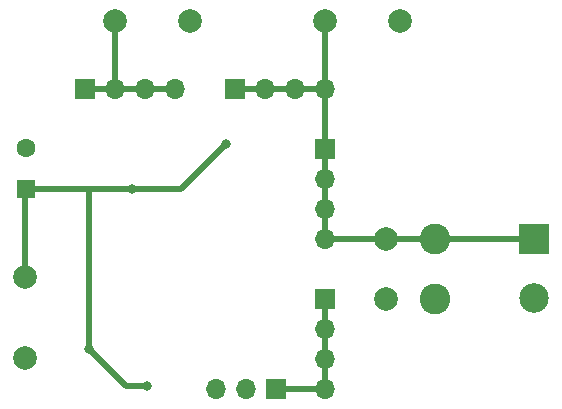
<source format=gbr>
G04 #@! TF.GenerationSoftware,KiCad,Pcbnew,(5.1.10-0-10_14)*
G04 #@! TF.CreationDate,2021-08-04T19:55:55+02:00*
G04 #@! TF.ProjectId,quasimodo,71756173-696d-46f6-946f-2e6b69636164,rev?*
G04 #@! TF.SameCoordinates,Original*
G04 #@! TF.FileFunction,Copper,L2,Bot*
G04 #@! TF.FilePolarity,Positive*
%FSLAX46Y46*%
G04 Gerber Fmt 4.6, Leading zero omitted, Abs format (unit mm)*
G04 Created by KiCad (PCBNEW (5.1.10-0-10_14)) date 2021-08-04 19:55:55*
%MOMM*%
%LPD*%
G01*
G04 APERTURE LIST*
G04 #@! TA.AperFunction,ComponentPad*
%ADD10C,2.500000*%
G04 #@! TD*
G04 #@! TA.AperFunction,ComponentPad*
%ADD11R,2.500000X2.500000*%
G04 #@! TD*
G04 #@! TA.AperFunction,ComponentPad*
%ADD12C,1.600000*%
G04 #@! TD*
G04 #@! TA.AperFunction,ComponentPad*
%ADD13R,1.600000X1.600000*%
G04 #@! TD*
G04 #@! TA.AperFunction,ComponentPad*
%ADD14O,1.700000X1.700000*%
G04 #@! TD*
G04 #@! TA.AperFunction,ComponentPad*
%ADD15R,1.700000X1.700000*%
G04 #@! TD*
G04 #@! TA.AperFunction,ComponentPad*
%ADD16C,2.000000*%
G04 #@! TD*
G04 #@! TA.AperFunction,ComponentPad*
%ADD17C,2.600000*%
G04 #@! TD*
G04 #@! TA.AperFunction,ViaPad*
%ADD18C,0.800000*%
G04 #@! TD*
G04 #@! TA.AperFunction,Conductor*
%ADD19C,0.500000*%
G04 #@! TD*
G04 APERTURE END LIST*
D10*
X162369500Y-106600000D03*
D11*
X162369500Y-101600000D03*
D12*
X119316500Y-93853000D03*
D13*
X119316500Y-97353000D03*
D14*
X144653000Y-114300000D03*
X144653000Y-111760000D03*
X144653000Y-109220000D03*
D15*
X144653000Y-106680000D03*
D14*
X144653000Y-101600000D03*
X144653000Y-99060000D03*
X144653000Y-96520000D03*
D15*
X144653000Y-93980000D03*
D14*
X144653000Y-88900000D03*
X142113000Y-88900000D03*
X139573000Y-88900000D03*
D15*
X137033000Y-88900000D03*
D14*
X131953000Y-88900000D03*
X129413000Y-88900000D03*
X126873000Y-88900000D03*
D15*
X124333000Y-88900000D03*
D16*
X133223000Y-83121500D03*
X126873000Y-83121500D03*
D17*
X153987500Y-106680000D03*
X153987500Y-101600000D03*
D16*
X149796500Y-106680000D03*
X149796500Y-101600000D03*
X151003000Y-83121500D03*
X144653000Y-83121500D03*
D14*
X135445500Y-114300000D03*
X137985500Y-114300000D03*
D15*
X140525500Y-114300000D03*
D16*
X119253000Y-111696500D03*
X119253000Y-104775000D03*
D18*
X128270000Y-97345500D03*
X136271000Y-93535500D03*
X124650500Y-110934500D03*
X129540000Y-114046000D03*
D19*
X132461000Y-97345500D02*
X136271000Y-93535500D01*
X128270000Y-97345500D02*
X132461000Y-97345500D01*
X127762000Y-114046000D02*
X124650500Y-110934500D01*
X129540000Y-114046000D02*
X127762000Y-114046000D01*
X119253000Y-97416500D02*
X119316500Y-97353000D01*
X119253000Y-104775000D02*
X119253000Y-97416500D01*
X119324000Y-97345500D02*
X119316500Y-97353000D01*
X124650500Y-110934500D02*
X124650500Y-97345500D01*
X124650500Y-97345500D02*
X119324000Y-97345500D01*
X128270000Y-97345500D02*
X124650500Y-97345500D01*
X149796500Y-101600000D02*
X153987500Y-101600000D01*
X137033000Y-88900000D02*
X139573000Y-88900000D01*
X139573000Y-88900000D02*
X142113000Y-88900000D01*
X142113000Y-88900000D02*
X144653000Y-88900000D01*
X149796500Y-101600000D02*
X144653000Y-101600000D01*
X144653000Y-101600000D02*
X144653000Y-99060000D01*
X144653000Y-99060000D02*
X144653000Y-96520000D01*
X144653000Y-96520000D02*
X144653000Y-93980000D01*
X144653000Y-93980000D02*
X144653000Y-88900000D01*
X144653000Y-88900000D02*
X144653000Y-83121500D01*
X153987500Y-101600000D02*
X162369500Y-101600000D01*
X131953000Y-88900000D02*
X129413000Y-88900000D01*
X129413000Y-88900000D02*
X126873000Y-88900000D01*
X126873000Y-88900000D02*
X124333000Y-88900000D01*
X126873000Y-88900000D02*
X126873000Y-83121500D01*
X140525500Y-114300000D02*
X144653000Y-114300000D01*
X144653000Y-114300000D02*
X144653000Y-111760000D01*
X144653000Y-111760000D02*
X144653000Y-109220000D01*
X144653000Y-109220000D02*
X144653000Y-106680000D01*
M02*

</source>
